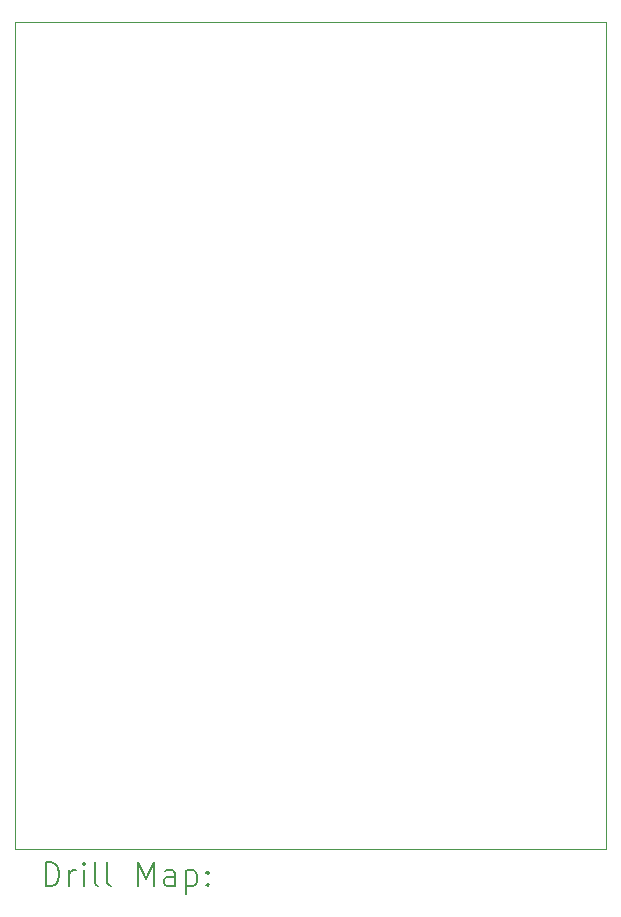
<source format=gbr>
%TF.GenerationSoftware,KiCad,Pcbnew,8.0.5*%
%TF.CreationDate,2025-07-12T23:47:58-04:00*%
%TF.ProjectId,Car,4361722e-6b69-4636-9164-5f7063625858,rev?*%
%TF.SameCoordinates,Original*%
%TF.FileFunction,Drillmap*%
%TF.FilePolarity,Positive*%
%FSLAX45Y45*%
G04 Gerber Fmt 4.5, Leading zero omitted, Abs format (unit mm)*
G04 Created by KiCad (PCBNEW 8.0.5) date 2025-07-12 23:47:58*
%MOMM*%
%LPD*%
G01*
G04 APERTURE LIST*
%ADD10C,0.050000*%
%ADD11C,0.200000*%
G04 APERTURE END LIST*
D10*
X1200000Y-1200000D02*
X6200000Y-1200000D01*
X6200000Y-8200000D01*
X1200000Y-8200000D01*
X1200000Y-1200000D01*
D11*
X1458277Y-8513984D02*
X1458277Y-8313984D01*
X1458277Y-8313984D02*
X1505896Y-8313984D01*
X1505896Y-8313984D02*
X1534467Y-8323508D01*
X1534467Y-8323508D02*
X1553515Y-8342555D01*
X1553515Y-8342555D02*
X1563039Y-8361603D01*
X1563039Y-8361603D02*
X1572562Y-8399698D01*
X1572562Y-8399698D02*
X1572562Y-8428270D01*
X1572562Y-8428270D02*
X1563039Y-8466365D01*
X1563039Y-8466365D02*
X1553515Y-8485412D01*
X1553515Y-8485412D02*
X1534467Y-8504460D01*
X1534467Y-8504460D02*
X1505896Y-8513984D01*
X1505896Y-8513984D02*
X1458277Y-8513984D01*
X1658277Y-8513984D02*
X1658277Y-8380650D01*
X1658277Y-8418746D02*
X1667801Y-8399698D01*
X1667801Y-8399698D02*
X1677324Y-8390174D01*
X1677324Y-8390174D02*
X1696372Y-8380650D01*
X1696372Y-8380650D02*
X1715420Y-8380650D01*
X1782086Y-8513984D02*
X1782086Y-8380650D01*
X1782086Y-8313984D02*
X1772562Y-8323508D01*
X1772562Y-8323508D02*
X1782086Y-8333031D01*
X1782086Y-8333031D02*
X1791610Y-8323508D01*
X1791610Y-8323508D02*
X1782086Y-8313984D01*
X1782086Y-8313984D02*
X1782086Y-8333031D01*
X1905896Y-8513984D02*
X1886848Y-8504460D01*
X1886848Y-8504460D02*
X1877324Y-8485412D01*
X1877324Y-8485412D02*
X1877324Y-8313984D01*
X2010658Y-8513984D02*
X1991610Y-8504460D01*
X1991610Y-8504460D02*
X1982086Y-8485412D01*
X1982086Y-8485412D02*
X1982086Y-8313984D01*
X2239229Y-8513984D02*
X2239229Y-8313984D01*
X2239229Y-8313984D02*
X2305896Y-8456841D01*
X2305896Y-8456841D02*
X2372563Y-8313984D01*
X2372563Y-8313984D02*
X2372563Y-8513984D01*
X2553515Y-8513984D02*
X2553515Y-8409222D01*
X2553515Y-8409222D02*
X2543991Y-8390174D01*
X2543991Y-8390174D02*
X2524944Y-8380650D01*
X2524944Y-8380650D02*
X2486848Y-8380650D01*
X2486848Y-8380650D02*
X2467801Y-8390174D01*
X2553515Y-8504460D02*
X2534467Y-8513984D01*
X2534467Y-8513984D02*
X2486848Y-8513984D01*
X2486848Y-8513984D02*
X2467801Y-8504460D01*
X2467801Y-8504460D02*
X2458277Y-8485412D01*
X2458277Y-8485412D02*
X2458277Y-8466365D01*
X2458277Y-8466365D02*
X2467801Y-8447317D01*
X2467801Y-8447317D02*
X2486848Y-8437793D01*
X2486848Y-8437793D02*
X2534467Y-8437793D01*
X2534467Y-8437793D02*
X2553515Y-8428270D01*
X2648753Y-8380650D02*
X2648753Y-8580650D01*
X2648753Y-8390174D02*
X2667801Y-8380650D01*
X2667801Y-8380650D02*
X2705896Y-8380650D01*
X2705896Y-8380650D02*
X2724944Y-8390174D01*
X2724944Y-8390174D02*
X2734467Y-8399698D01*
X2734467Y-8399698D02*
X2743991Y-8418746D01*
X2743991Y-8418746D02*
X2743991Y-8475889D01*
X2743991Y-8475889D02*
X2734467Y-8494936D01*
X2734467Y-8494936D02*
X2724944Y-8504460D01*
X2724944Y-8504460D02*
X2705896Y-8513984D01*
X2705896Y-8513984D02*
X2667801Y-8513984D01*
X2667801Y-8513984D02*
X2648753Y-8504460D01*
X2829705Y-8494936D02*
X2839229Y-8504460D01*
X2839229Y-8504460D02*
X2829705Y-8513984D01*
X2829705Y-8513984D02*
X2820182Y-8504460D01*
X2820182Y-8504460D02*
X2829705Y-8494936D01*
X2829705Y-8494936D02*
X2829705Y-8513984D01*
X2829705Y-8390174D02*
X2839229Y-8399698D01*
X2839229Y-8399698D02*
X2829705Y-8409222D01*
X2829705Y-8409222D02*
X2820182Y-8399698D01*
X2820182Y-8399698D02*
X2829705Y-8390174D01*
X2829705Y-8390174D02*
X2829705Y-8409222D01*
M02*

</source>
